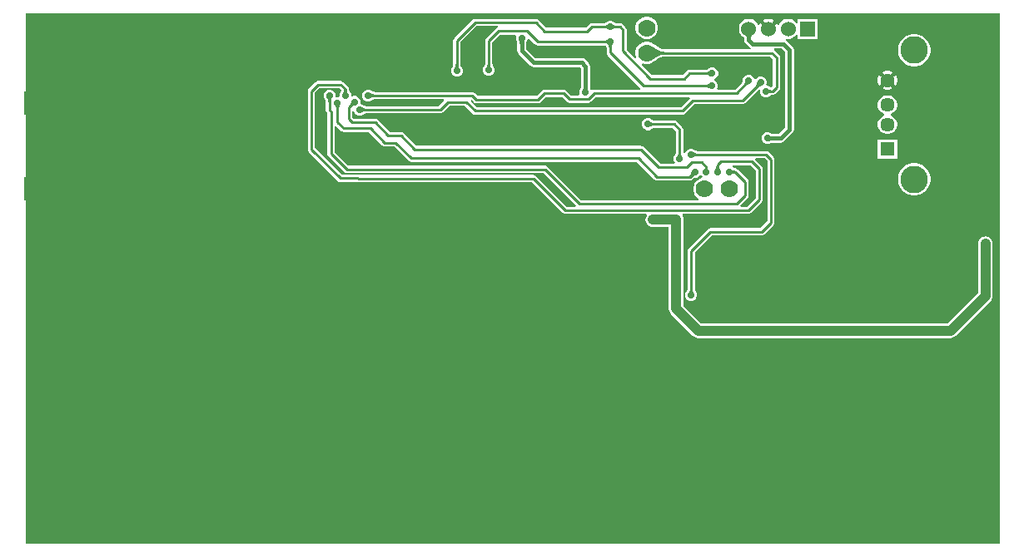
<source format=gbr>
%TF.GenerationSoftware,Altium Limited,Altium Designer,23.11.1 (41)*%
G04 Layer_Physical_Order=4*
G04 Layer_Color=16711680*
%FSLAX45Y45*%
%MOMM*%
%TF.SameCoordinates,5A3C93BB-BC46-40EA-83D2-B686983C8B64*%
%TF.FilePolarity,Positive*%
%TF.FileFunction,Copper,L4,Bot,Signal*%
%TF.Part,Single*%
G01*
G75*
%TA.AperFunction,Conductor*%
%ADD46C,0.22392*%
%ADD55C,0.40000*%
%ADD57C,1.00000*%
%TA.AperFunction,ComponentPad*%
%ADD62C,1.77800*%
%ADD63C,2.80000*%
%ADD64C,1.45000*%
%ADD65R,1.45000X1.45000*%
%ADD66C,1.52400*%
%ADD67R,1.52400X1.52400*%
%ADD68R,4.20000X2.41300*%
%TA.AperFunction,ViaPad*%
%ADD69C,0.70000*%
G36*
X9950000Y50000D02*
X50000D01*
Y5450000D01*
X9950000D01*
Y50000D01*
D02*
G37*
%LPC*%
G36*
X5235000Y5396905D02*
X4615000D01*
X4600877Y5394096D01*
X4588904Y5386096D01*
X4403904Y5201096D01*
X4395904Y5189123D01*
X4393095Y5175000D01*
Y4928871D01*
X4392866Y4926589D01*
X4392332Y4923440D01*
X4391585Y4920345D01*
X4390620Y4917287D01*
X4389426Y4914240D01*
X4387992Y4911194D01*
X4386295Y4908123D01*
X4384323Y4905028D01*
X4382078Y4901931D01*
X4379134Y4898987D01*
X4370000Y4876935D01*
Y4853065D01*
X4379134Y4831013D01*
X4396013Y4814134D01*
X4418065Y4805000D01*
X4441935D01*
X4463987Y4814134D01*
X4480866Y4831013D01*
X4490000Y4853065D01*
Y4876935D01*
X4480866Y4898987D01*
X4477922Y4901931D01*
X4475676Y4905030D01*
X4473705Y4908123D01*
X4472008Y4911193D01*
X4470574Y4914240D01*
X4469380Y4917287D01*
X4468415Y4920345D01*
X4467668Y4923440D01*
X4467134Y4926589D01*
X4466905Y4928871D01*
Y5159713D01*
X4630287Y5323095D01*
X4844434D01*
X4845912Y5308095D01*
X4838377Y5306596D01*
X4826404Y5298596D01*
X4728904Y5201096D01*
X4720904Y5189123D01*
X4718095Y5175000D01*
Y4938871D01*
X4717866Y4936589D01*
X4717332Y4933440D01*
X4716585Y4930345D01*
X4715620Y4927287D01*
X4714426Y4924240D01*
X4712992Y4921194D01*
X4711295Y4918123D01*
X4709323Y4915028D01*
X4707078Y4911931D01*
X4704134Y4908987D01*
X4695000Y4886935D01*
Y4863065D01*
X4704134Y4841013D01*
X4721013Y4824134D01*
X4743065Y4815000D01*
X4766935D01*
X4788987Y4824134D01*
X4805865Y4841013D01*
X4815000Y4863065D01*
Y4886935D01*
X4805865Y4908987D01*
X4802922Y4911931D01*
X4800676Y4915030D01*
X4798705Y4918123D01*
X4797008Y4921193D01*
X4795574Y4924240D01*
X4794380Y4927287D01*
X4793415Y4930345D01*
X4792668Y4933440D01*
X4792134Y4936589D01*
X4791905Y4938870D01*
Y5159713D01*
X4867787Y5235595D01*
X5023564D01*
X5033587Y5220595D01*
X5030000Y5211935D01*
Y5188065D01*
X5039134Y5166013D01*
X5041671Y5163476D01*
X5041956Y5162710D01*
X5042454Y5160943D01*
X5042988Y5158423D01*
X5043415Y5155685D01*
X5044118Y5145954D01*
Y5070000D01*
X5047611Y5052442D01*
X5057557Y5037557D01*
X5177557Y4917557D01*
X5192442Y4907611D01*
X5210000Y4904118D01*
X5680995D01*
X5691475Y4893638D01*
Y4701780D01*
X5690807Y4694398D01*
X5690345Y4691435D01*
X5689811Y4688915D01*
X5689313Y4687147D01*
X5689028Y4686381D01*
X5686491Y4683844D01*
X5677357Y4661792D01*
Y4637922D01*
X5680570Y4630166D01*
X5670547Y4615166D01*
X5588413D01*
X5539983Y4663596D01*
X5528010Y4671596D01*
X5513887Y4674405D01*
X5320001D01*
X5320000Y4674405D01*
X5305877Y4671596D01*
X5293904Y4663596D01*
X5242213Y4611905D01*
X4642787D01*
X4613596Y4641096D01*
X4601623Y4649096D01*
X4587500Y4651905D01*
X3593871D01*
X3591589Y4652134D01*
X3588441Y4652668D01*
X3585345Y4653415D01*
X3582287Y4654380D01*
X3579240Y4655574D01*
X3576194Y4657008D01*
X3573123Y4658705D01*
X3570028Y4660677D01*
X3566931Y4662922D01*
X3563987Y4665865D01*
X3541935Y4675000D01*
X3518065D01*
X3496013Y4665865D01*
X3479135Y4648987D01*
X3470000Y4626935D01*
Y4603065D01*
X3479135Y4581013D01*
X3496013Y4564134D01*
X3518065Y4555000D01*
X3541935D01*
X3563987Y4564134D01*
X3566931Y4567078D01*
X3570030Y4569324D01*
X3573123Y4571295D01*
X3576193Y4572992D01*
X3579240Y4574426D01*
X3582287Y4575620D01*
X3585345Y4576585D01*
X3588440Y4577332D01*
X3591589Y4577866D01*
X3593871Y4578095D01*
X4294689D01*
X4300903Y4563095D01*
X4244713Y4506905D01*
X3506371D01*
X3504089Y4507134D01*
X3500941Y4507668D01*
X3497845Y4508415D01*
X3494787Y4509380D01*
X3491740Y4510574D01*
X3488694Y4512008D01*
X3485623Y4513705D01*
X3482528Y4515677D01*
X3479431Y4517922D01*
X3476487Y4520865D01*
X3454435Y4530000D01*
X3449635Y4537184D01*
X3450000Y4538065D01*
Y4561935D01*
X3440866Y4583987D01*
X3423987Y4600866D01*
X3401935Y4610000D01*
X3378065D01*
X3370000Y4606659D01*
X3355000Y4616682D01*
Y4626935D01*
X3345866Y4648987D01*
X3342954Y4651899D01*
X3340782Y4654915D01*
X3338755Y4658099D01*
X3337023Y4661218D01*
X3335561Y4664293D01*
X3334357Y4667321D01*
X3333391Y4670324D01*
X3332650Y4673321D01*
X3332124Y4676333D01*
X3331905Y4678440D01*
Y4682499D01*
X3331905Y4682500D01*
X3329096Y4696623D01*
X3321096Y4708596D01*
X3321095Y4708596D01*
X3276096Y4753596D01*
X3264123Y4761596D01*
X3250000Y4764405D01*
X3017500D01*
X3003377Y4761596D01*
X2991404Y4753596D01*
X2991403Y4753595D01*
X2923904Y4686096D01*
X2915904Y4674123D01*
X2913095Y4660000D01*
Y4067500D01*
X2915904Y4053377D01*
X2923904Y4041404D01*
X3219808Y3745500D01*
X3231781Y3737500D01*
X3245904Y3734691D01*
X3418228D01*
X3426252Y3733095D01*
X5194713D01*
X5508904Y3418904D01*
X5520877Y3410904D01*
X5535000Y3408095D01*
X6356135D01*
X6363533Y3393095D01*
X6359488Y3387823D01*
X6351931Y3369579D01*
X6349353Y3350000D01*
X6351931Y3330421D01*
X6359488Y3312177D01*
X6371509Y3296509D01*
X6387176Y3284488D01*
X6405421Y3276930D01*
X6425000Y3274353D01*
X6586853D01*
Y2442500D01*
X6589431Y2422921D01*
X6596988Y2404676D01*
X6609009Y2389009D01*
X6831509Y2166510D01*
X6831509Y2166509D01*
X6847176Y2154488D01*
X6865421Y2146930D01*
X6885000Y2144353D01*
X9452500D01*
X9472079Y2146930D01*
X9490324Y2154488D01*
X9505991Y2166509D01*
X9858490Y2519008D01*
X9858491Y2519009D01*
X9870512Y2534676D01*
X9878069Y2552921D01*
X9880647Y2572500D01*
X9880647Y2572502D01*
Y2750000D01*
Y2868333D01*
Y2986667D01*
Y3105000D01*
X9878069Y3124579D01*
X9870512Y3142823D01*
X9858491Y3158491D01*
X9842823Y3170512D01*
X9824579Y3178069D01*
X9805000Y3180647D01*
X9785421Y3178069D01*
X9767177Y3170512D01*
X9751509Y3158491D01*
X9739488Y3142823D01*
X9731930Y3124579D01*
X9729353Y3105000D01*
Y2986667D01*
Y2868333D01*
Y2750000D01*
Y2603834D01*
X9421166Y2295647D01*
X6916334D01*
X6738147Y2473834D01*
Y3349166D01*
X6735569Y3368745D01*
X6728012Y3386990D01*
X6723328Y3393095D01*
X6730725Y3408095D01*
X7392500D01*
X7406623Y3410904D01*
X7418596Y3418904D01*
X7531096Y3531404D01*
X7539096Y3543377D01*
X7541905Y3557500D01*
Y3869999D01*
X7541905Y3870000D01*
X7539096Y3884123D01*
X7531096Y3896096D01*
X7466597Y3960595D01*
X7472810Y3975595D01*
X7562213D01*
X7588095Y3949713D01*
Y3337787D01*
X7514713Y3264405D01*
X7010000D01*
X6995877Y3261596D01*
X6983904Y3253596D01*
X6788904Y3058596D01*
X6780904Y3046623D01*
X6778095Y3032500D01*
Y2648871D01*
X6777866Y2646589D01*
X6777332Y2643440D01*
X6776585Y2640345D01*
X6775620Y2637287D01*
X6774426Y2634240D01*
X6772992Y2631194D01*
X6771295Y2628123D01*
X6769323Y2625028D01*
X6767078Y2621931D01*
X6764135Y2618987D01*
X6755000Y2596935D01*
Y2573065D01*
X6764135Y2551013D01*
X6781013Y2534134D01*
X6803065Y2525000D01*
X6826935D01*
X6848987Y2534134D01*
X6865866Y2551013D01*
X6875000Y2573065D01*
Y2596935D01*
X6865866Y2618987D01*
X6862922Y2621931D01*
X6860676Y2625030D01*
X6858705Y2628123D01*
X6857008Y2631193D01*
X6855574Y2634240D01*
X6854380Y2637287D01*
X6853415Y2640345D01*
X6852668Y2643440D01*
X6852134Y2646589D01*
X6851905Y2648870D01*
Y3017213D01*
X7025287Y3190595D01*
X7530000D01*
X7544123Y3193404D01*
X7556096Y3201404D01*
X7651096Y3296404D01*
X7659096Y3308377D01*
X7661905Y3322500D01*
Y3965000D01*
X7659096Y3979123D01*
X7651096Y3991096D01*
X7603596Y4038596D01*
X7591623Y4046596D01*
X7577500Y4049405D01*
X6876371D01*
X6874089Y4049634D01*
X6870941Y4050168D01*
X6867845Y4050915D01*
X6864787Y4051880D01*
X6861740Y4053074D01*
X6858694Y4054508D01*
X6855623Y4056205D01*
X6852528Y4058177D01*
X6849431Y4060422D01*
X6846487Y4063366D01*
X6824435Y4072500D01*
X6800565D01*
X6778513Y4063366D01*
X6761634Y4046487D01*
X6754875Y4030167D01*
X6738642Y4024870D01*
X6733448Y4027743D01*
X6733415Y4027845D01*
X6732668Y4030940D01*
X6732134Y4034089D01*
X6731905Y4036371D01*
Y4267500D01*
X6729096Y4281623D01*
X6721096Y4293596D01*
X6666096Y4348596D01*
X6654123Y4356596D01*
X6640000Y4359405D01*
X6438871D01*
X6436589Y4359634D01*
X6433441Y4360168D01*
X6430345Y4360915D01*
X6427287Y4361880D01*
X6424240Y4363074D01*
X6421194Y4364508D01*
X6418123Y4366205D01*
X6415028Y4368177D01*
X6411931Y4370422D01*
X6408987Y4373366D01*
X6386935Y4382500D01*
X6363065D01*
X6341013Y4373366D01*
X6324134Y4356487D01*
X6315000Y4334435D01*
Y4310565D01*
X6324134Y4288513D01*
X6341013Y4271635D01*
X6363065Y4262500D01*
X6386935D01*
X6408987Y4271635D01*
X6411931Y4274578D01*
X6415030Y4276824D01*
X6418123Y4278795D01*
X6421193Y4280492D01*
X6424240Y4281926D01*
X6427287Y4283120D01*
X6430345Y4284085D01*
X6433440Y4284832D01*
X6436589Y4285366D01*
X6438871Y4285595D01*
X6624713D01*
X6658095Y4252213D01*
Y4036371D01*
X6657866Y4034089D01*
X6657332Y4030941D01*
X6656585Y4027845D01*
X6655620Y4024787D01*
X6654426Y4021740D01*
X6652992Y4018694D01*
X6651295Y4015623D01*
X6649323Y4012528D01*
X6647078Y4009431D01*
X6644135Y4006487D01*
X6635000Y3984435D01*
Y3960565D01*
X6644135Y3938513D01*
X6646884Y3935763D01*
X6641144Y3921905D01*
X6497787D01*
X6326096Y4093596D01*
X6314123Y4101596D01*
X6300000Y4104405D01*
X4017787D01*
X3888596Y4233596D01*
X3876623Y4241596D01*
X3862500Y4244405D01*
X3747787D01*
X3626096Y4366096D01*
X3614123Y4374096D01*
X3600000Y4376905D01*
X3385287D01*
X3369405Y4392787D01*
Y4450482D01*
X3384405Y4453466D01*
X3391635Y4436013D01*
X3408513Y4419134D01*
X3430565Y4410000D01*
X3454435D01*
X3476487Y4419134D01*
X3479431Y4422078D01*
X3482530Y4424324D01*
X3485623Y4426295D01*
X3488693Y4427992D01*
X3491740Y4429426D01*
X3494787Y4430620D01*
X3497845Y4431585D01*
X3500940Y4432332D01*
X3504090Y4432866D01*
X3506371Y4433095D01*
X4260000D01*
X4274123Y4435904D01*
X4286096Y4443904D01*
X4355287Y4513095D01*
X4509713D01*
X4591404Y4431404D01*
X4603377Y4423404D01*
X4617500Y4420595D01*
X6725000D01*
X6739123Y4423404D01*
X6751096Y4431404D01*
X6845287Y4525595D01*
X7335000D01*
X7349123Y4528404D01*
X7361096Y4536404D01*
X7498499Y4673807D01*
X7511472Y4673182D01*
X7515401Y4672041D01*
X7517500Y4669434D01*
Y4645565D01*
X7526634Y4623513D01*
X7543513Y4606634D01*
X7565565Y4597500D01*
X7589435D01*
X7611487Y4606634D01*
X7620813Y4615960D01*
X7622333Y4616976D01*
X7622519Y4617254D01*
X7622793Y4617448D01*
X7623775Y4618482D01*
X7623790Y4618494D01*
X7624036Y4618654D01*
X7624617Y4618949D01*
X7625605Y4619336D01*
X7627050Y4619761D01*
X7628967Y4620166D01*
X7631361Y4620501D01*
X7632549Y4620595D01*
X7637500D01*
X7651623Y4623404D01*
X7663596Y4631404D01*
X7706096Y4673904D01*
X7714096Y4685877D01*
X7716905Y4700000D01*
Y5000000D01*
X7714096Y5014124D01*
X7706096Y5026096D01*
X7657596Y5074596D01*
X7655453Y5094068D01*
X7657341Y5096618D01*
X7733495D01*
X7769119Y5060995D01*
Y4289005D01*
X7705995Y4225882D01*
X7641923D01*
X7634542Y4226550D01*
X7631578Y4227012D01*
X7629058Y4227546D01*
X7627290Y4228044D01*
X7626524Y4228329D01*
X7623987Y4230866D01*
X7601935Y4240000D01*
X7578065D01*
X7556013Y4230866D01*
X7539135Y4213987D01*
X7530000Y4191935D01*
Y4168065D01*
X7539135Y4146013D01*
X7556013Y4129134D01*
X7578065Y4120000D01*
X7601935D01*
X7623987Y4129134D01*
X7626524Y4131671D01*
X7627290Y4131956D01*
X7629057Y4132454D01*
X7631578Y4132988D01*
X7634315Y4133415D01*
X7644046Y4134118D01*
X7725000D01*
X7742558Y4137611D01*
X7757443Y4147557D01*
X7847443Y4237557D01*
X7857389Y4252442D01*
X7860882Y4270000D01*
Y5080000D01*
X7857389Y5097558D01*
X7847443Y5112443D01*
X7784943Y5174943D01*
X7775468Y5181274D01*
X7781743Y5195122D01*
X7786676Y5193800D01*
X7813323D01*
X7839061Y5200697D01*
X7862138Y5214020D01*
X7880980Y5232862D01*
X7883800Y5237746D01*
X7898800Y5233727D01*
Y5193800D01*
X8101200D01*
Y5396200D01*
X7898800D01*
Y5356273D01*
X7883800Y5352254D01*
X7880980Y5357138D01*
X7862138Y5375980D01*
X7839061Y5389303D01*
X7813323Y5396200D01*
X7786676D01*
X7760938Y5389303D01*
X7737861Y5375980D01*
X7719020Y5357138D01*
X7708305Y5338579D01*
X7705601Y5337707D01*
X7694398D01*
X7691695Y5338579D01*
X7684436Y5351152D01*
X7663971Y5330687D01*
X7635687Y5358971D01*
X7656152Y5379436D01*
X7639061Y5389303D01*
X7613323Y5396200D01*
X7586676D01*
X7560938Y5389303D01*
X7543848Y5379436D01*
X7564313Y5358971D01*
X7536029Y5330687D01*
X7515564Y5351152D01*
X7508305Y5338579D01*
X7505601Y5337707D01*
X7494399D01*
X7491695Y5338579D01*
X7480980Y5357138D01*
X7462138Y5375980D01*
X7439061Y5389303D01*
X7413323Y5396200D01*
X7386676D01*
X7360938Y5389303D01*
X7337861Y5375980D01*
X7319020Y5357138D01*
X7305696Y5334062D01*
X7298800Y5308323D01*
Y5281677D01*
X7305696Y5255938D01*
X7319020Y5232862D01*
X7337861Y5214020D01*
X7350075Y5206968D01*
X7351111Y5205951D01*
X7351158Y5205921D01*
X7351269Y5205704D01*
X7351954Y5203864D01*
X7352723Y5200974D01*
X7353375Y5197428D01*
X7354118Y5189155D01*
Y5180000D01*
X7357611Y5162442D01*
X7367557Y5147557D01*
X7405057Y5110057D01*
X7419502Y5100405D01*
X7419764Y5099223D01*
X7417007Y5085405D01*
X6536873D01*
X6533113Y5085640D01*
X6525600Y5086961D01*
X6517034Y5089325D01*
X6507473Y5092817D01*
X6496977Y5097491D01*
X6486102Y5103117D01*
X6446340Y5128650D01*
X6434861Y5137218D01*
X6432436Y5139643D01*
X6406464Y5154638D01*
X6377495Y5162400D01*
X6347505D01*
X6318537Y5154638D01*
X6292564Y5139643D01*
X6271358Y5118436D01*
X6256362Y5092464D01*
X6248600Y5063495D01*
Y5033505D01*
X6256362Y5004537D01*
X6244350Y4995342D01*
X6156905Y5082787D01*
Y5285000D01*
X6154096Y5299123D01*
X6146096Y5311096D01*
X6116096Y5341096D01*
X6104123Y5349096D01*
X6090000Y5351905D01*
X6053871D01*
X6051589Y5352134D01*
X6048441Y5352668D01*
X6045345Y5353415D01*
X6042287Y5354380D01*
X6039240Y5355574D01*
X6036194Y5357008D01*
X6033123Y5358705D01*
X6030028Y5360677D01*
X6026931Y5362922D01*
X6023987Y5365866D01*
X6001935Y5375000D01*
X5978065D01*
X5956013Y5365866D01*
X5953069Y5362922D01*
X5949970Y5360676D01*
X5946877Y5358705D01*
X5943807Y5357008D01*
X5940760Y5355574D01*
X5937713Y5354380D01*
X5934655Y5353415D01*
X5931560Y5352668D01*
X5928411Y5352134D01*
X5926129Y5351905D01*
X5802501D01*
X5802500Y5351905D01*
X5788377Y5349096D01*
X5776404Y5341096D01*
X5776404Y5341095D01*
X5742213Y5306905D01*
X5340287D01*
X5261096Y5386096D01*
X5249123Y5394096D01*
X5235000Y5396905D01*
D02*
G37*
G36*
X6377495Y5416400D02*
X6347505D01*
X6318537Y5408638D01*
X6292564Y5393643D01*
X6271358Y5372436D01*
X6256362Y5346464D01*
X6248600Y5317495D01*
Y5287505D01*
X6256362Y5258536D01*
X6271358Y5232564D01*
X6292564Y5211357D01*
X6318537Y5196362D01*
X6347505Y5188600D01*
X6377495D01*
X6406464Y5196362D01*
X6432436Y5211357D01*
X6453643Y5232564D01*
X6468638Y5258536D01*
X6476400Y5287505D01*
Y5317495D01*
X6468638Y5346464D01*
X6453643Y5372436D01*
X6432436Y5393643D01*
X6406464Y5408638D01*
X6377495Y5416400D01*
D02*
G37*
G36*
X9097251Y5242000D02*
X9064749D01*
X9032871Y5235659D01*
X9002843Y5223221D01*
X8975819Y5205164D01*
X8952836Y5182182D01*
X8934779Y5155157D01*
X8922341Y5125129D01*
X8916000Y5093251D01*
Y5060749D01*
X8922341Y5028872D01*
X8934779Y4998843D01*
X8952836Y4971819D01*
X8975819Y4948836D01*
X9002843Y4930779D01*
X9032871Y4918341D01*
X9064749Y4912000D01*
X9097251D01*
X9129129Y4918341D01*
X9159157Y4930779D01*
X9186182Y4948836D01*
X9209164Y4971819D01*
X9227221Y4998843D01*
X9239659Y5028872D01*
X9246000Y5060749D01*
Y5093251D01*
X9239659Y5125129D01*
X9227221Y5155157D01*
X9209164Y5182182D01*
X9186182Y5205164D01*
X9159157Y5223221D01*
X9129129Y5235659D01*
X9097251Y5242000D01*
D02*
G37*
G36*
X8822836Y4867500D02*
X8797164D01*
X8772367Y4860856D01*
X8756557Y4851728D01*
X8777030Y4831255D01*
X8748746Y4802971D01*
X8728273Y4823444D01*
X8719145Y4807634D01*
X8712500Y4782837D01*
Y4757164D01*
X8719145Y4732367D01*
X8728273Y4716557D01*
X8748746Y4737030D01*
X8777030Y4708746D01*
X8756557Y4688273D01*
X8772367Y4679145D01*
X8797164Y4672500D01*
X8822836D01*
X8847634Y4679145D01*
X8863444Y4688273D01*
X8842971Y4708746D01*
X8871255Y4737030D01*
X8891728Y4716557D01*
X8900855Y4732367D01*
X8907500Y4757164D01*
Y4782837D01*
X8900855Y4807634D01*
X8891728Y4823444D01*
X8871255Y4802971D01*
X8842971Y4831255D01*
X8863444Y4851728D01*
X8847634Y4860856D01*
X8822836Y4867500D01*
D02*
G37*
G36*
Y4617501D02*
X8797164D01*
X8772367Y4610856D01*
X8750134Y4598020D01*
X8731981Y4579867D01*
X8719145Y4557634D01*
X8712500Y4532837D01*
Y4507164D01*
X8719145Y4482367D01*
X8731981Y4460134D01*
X8750134Y4441981D01*
X8772367Y4429145D01*
X8777518Y4427765D01*
Y4412236D01*
X8772367Y4410856D01*
X8750134Y4398020D01*
X8731981Y4379867D01*
X8719145Y4357634D01*
X8712500Y4332836D01*
Y4307164D01*
X8719145Y4282367D01*
X8731981Y4260134D01*
X8750134Y4241981D01*
X8772367Y4229145D01*
X8797164Y4222500D01*
X8822836D01*
X8847634Y4229145D01*
X8869866Y4241981D01*
X8888020Y4260134D01*
X8900855Y4282367D01*
X8907500Y4307164D01*
Y4332836D01*
X8900855Y4357634D01*
X8888020Y4379867D01*
X8869866Y4398020D01*
X8847634Y4410856D01*
X8842483Y4412236D01*
Y4427765D01*
X8847634Y4429145D01*
X8869866Y4441981D01*
X8888020Y4460134D01*
X8900855Y4482367D01*
X8907500Y4507164D01*
Y4532837D01*
X8900855Y4557634D01*
X8888020Y4579867D01*
X8869866Y4598020D01*
X8847634Y4610856D01*
X8822836Y4617501D01*
D02*
G37*
G36*
X8907500Y4167500D02*
X8712500D01*
Y3972500D01*
X8907500D01*
Y4167500D01*
D02*
G37*
G36*
X9097251Y3928000D02*
X9064749D01*
X9032871Y3921659D01*
X9002843Y3909221D01*
X8975819Y3891164D01*
X8952836Y3868182D01*
X8934779Y3841157D01*
X8922341Y3811129D01*
X8916000Y3779252D01*
Y3746749D01*
X8922341Y3714872D01*
X8934779Y3684844D01*
X8952836Y3657819D01*
X8975819Y3634837D01*
X9002843Y3616779D01*
X9032871Y3604341D01*
X9064749Y3598000D01*
X9097251D01*
X9129129Y3604341D01*
X9159157Y3616779D01*
X9186182Y3634837D01*
X9209164Y3657819D01*
X9227221Y3684844D01*
X9239659Y3714872D01*
X9246000Y3746749D01*
Y3779252D01*
X9239659Y3811129D01*
X9227221Y3841157D01*
X9209164Y3868182D01*
X9186182Y3891164D01*
X9159157Y3909221D01*
X9129129Y3921659D01*
X9097251Y3928000D01*
D02*
G37*
%LPD*%
G36*
X6015685Y5339592D02*
X6020097Y5336781D01*
X6024586Y5334300D01*
X6029152Y5332150D01*
X6033794Y5330331D01*
X6038514Y5328842D01*
X6043310Y5327685D01*
X6048183Y5326858D01*
X6053134Y5326362D01*
X6058161Y5326196D01*
Y5303804D01*
X6053134Y5303638D01*
X6048183Y5303142D01*
X6043310Y5302316D01*
X6038514Y5301158D01*
X6033794Y5299669D01*
X6029152Y5297850D01*
X6024586Y5295700D01*
X6020097Y5293220D01*
X6015685Y5290408D01*
X6011350Y5287266D01*
Y5342734D01*
X6015685Y5339592D01*
D02*
G37*
G36*
X5968650Y5287266D02*
X5964315Y5290408D01*
X5959903Y5293220D01*
X5955414Y5295700D01*
X5950848Y5297850D01*
X5946206Y5299669D01*
X5941486Y5301158D01*
X5936690Y5302316D01*
X5931816Y5303142D01*
X5926866Y5303638D01*
X5921839Y5303804D01*
Y5326196D01*
X5926866Y5326362D01*
X5931816Y5326858D01*
X5936690Y5327685D01*
X5941486Y5328842D01*
X5946206Y5330331D01*
X5950848Y5332150D01*
X5955414Y5334300D01*
X5959903Y5336781D01*
X5964315Y5339592D01*
X5968650Y5342734D01*
Y5287266D01*
D02*
G37*
G36*
X7432085Y5225415D02*
X7429548Y5222920D01*
X7427310Y5219787D01*
X7425371Y5216016D01*
X7423730Y5211608D01*
X7422387Y5206562D01*
X7421343Y5200878D01*
X7420597Y5194557D01*
X7420149Y5187597D01*
X7420000Y5180000D01*
X7380000D01*
X7379851Y5187597D01*
X7378657Y5200878D01*
X7377613Y5206562D01*
X7376270Y5211608D01*
X7374629Y5216016D01*
X7372689Y5219787D01*
X7370451Y5222920D01*
X7367915Y5225415D01*
X7365080Y5227272D01*
X7434919D01*
X7432085Y5225415D01*
D02*
G37*
G36*
X5116265Y5176418D02*
X5114950Y5173740D01*
X5113790Y5170617D01*
X5112784Y5167048D01*
X5111933Y5163033D01*
X5111237Y5158573D01*
X5110309Y5148316D01*
X5110000Y5136277D01*
X5070000D01*
X5069923Y5142520D01*
X5068763Y5158573D01*
X5068067Y5163033D01*
X5067216Y5167048D01*
X5066210Y5170617D01*
X5065050Y5173740D01*
X5063735Y5176418D01*
X5062266Y5178650D01*
X5117734D01*
X5116265Y5176418D01*
D02*
G37*
G36*
X5968650Y5141150D02*
X6017734D01*
X6014592Y5136815D01*
X6011780Y5132403D01*
X6009300Y5127914D01*
X6007150Y5123348D01*
X6005331Y5118706D01*
X6003842Y5113986D01*
X6002684Y5109190D01*
X6001858Y5104316D01*
X6001362Y5099366D01*
X6001196Y5094339D01*
X5978804D01*
X5978638Y5099366D01*
X5978142Y5104316D01*
X5977315Y5109190D01*
X5976158Y5113986D01*
X5974669Y5118706D01*
X5972850Y5123348D01*
X5970700Y5127914D01*
X5968219Y5132403D01*
X5965408Y5136815D01*
X5964949Y5137449D01*
X5964315Y5137908D01*
X5959903Y5140719D01*
X5955414Y5143200D01*
X5950848Y5145350D01*
X5946206Y5147169D01*
X5941486Y5148658D01*
X5936690Y5149815D01*
X5931816Y5150642D01*
X5926866Y5151138D01*
X5921839Y5151304D01*
Y5173696D01*
X5926866Y5173862D01*
X5931816Y5174358D01*
X5936690Y5175184D01*
X5941486Y5176342D01*
X5946206Y5177831D01*
X5950848Y5179650D01*
X5955414Y5181800D01*
X5959903Y5184280D01*
X5964315Y5187092D01*
X5968650Y5190234D01*
Y5141150D01*
D02*
G37*
G36*
X6431811Y5107687D02*
X6473330Y5081025D01*
X6485927Y5074508D01*
X6497903Y5069176D01*
X6509257Y5065028D01*
X6519990Y5062066D01*
X6530102Y5060289D01*
X6539592Y5059696D01*
Y5037304D01*
X6530102Y5036711D01*
X6519990Y5034934D01*
X6509257Y5031971D01*
X6497903Y5027824D01*
X6485927Y5022492D01*
X6473330Y5015974D01*
X6446272Y4999385D01*
X6431811Y4989313D01*
X6416729Y4978056D01*
Y5118944D01*
X6431811Y5107687D01*
D02*
G37*
G36*
X7643095Y4984714D02*
Y4715286D01*
X7634654Y4706845D01*
X7633734Y4706125D01*
X7622333Y4698024D01*
X7620813Y4699040D01*
X7611487Y4708365D01*
X7589435Y4717500D01*
X7586016D01*
X7577683Y4729972D01*
X7580000Y4735565D01*
Y4759435D01*
X7570865Y4781487D01*
X7553987Y4798366D01*
X7531935Y4807500D01*
X7508065D01*
X7486013Y4798366D01*
X7472090Y4784443D01*
X7459575Y4784897D01*
X7454989Y4786533D01*
X7450865Y4796487D01*
X7433987Y4813366D01*
X7411935Y4822500D01*
X7388065D01*
X7366013Y4813366D01*
X7349134Y4796487D01*
X7340000Y4774435D01*
Y4770272D01*
X7339398Y4766496D01*
X7338604Y4762913D01*
X7337632Y4759540D01*
X7336492Y4756372D01*
X7335182Y4753373D01*
X7333702Y4750530D01*
X7332043Y4747815D01*
X7330191Y4745205D01*
X7328742Y4743434D01*
X7259713Y4674405D01*
X7085400D01*
X7075378Y4689405D01*
X7080000Y4700565D01*
Y4724435D01*
X7070866Y4746487D01*
X7053987Y4763366D01*
X7046230Y4766579D01*
Y4782815D01*
X7061487Y4789134D01*
X7078366Y4806013D01*
X7087500Y4828065D01*
Y4851935D01*
X7078366Y4873987D01*
X7061487Y4890866D01*
X7039435Y4900000D01*
X7015565D01*
X6993513Y4890866D01*
X6990569Y4887922D01*
X6987470Y4885676D01*
X6984377Y4883705D01*
X6981307Y4882008D01*
X6978260Y4880574D01*
X6975213Y4879380D01*
X6972155Y4878415D01*
X6969060Y4877668D01*
X6965911Y4877134D01*
X6963629Y4876905D01*
X6795000D01*
X6780877Y4874096D01*
X6768904Y4866096D01*
X6727213Y4824405D01*
X6415287D01*
X6309342Y4930350D01*
X6318537Y4942362D01*
X6347505Y4934600D01*
X6377495D01*
X6406464Y4942362D01*
X6432436Y4957357D01*
X6434861Y4959782D01*
X6446720Y4968633D01*
X6460228Y4978042D01*
X6485865Y4993760D01*
X6496977Y4999509D01*
X6507471Y5004182D01*
X6517034Y5007675D01*
X6525601Y5010040D01*
X6533113Y5011360D01*
X6536873Y5011595D01*
X7616214D01*
X7643095Y4984714D01*
D02*
G37*
G36*
X4766362Y4938134D02*
X4766858Y4933183D01*
X4767684Y4928310D01*
X4768842Y4923514D01*
X4770331Y4918794D01*
X4772150Y4914151D01*
X4774300Y4909586D01*
X4776780Y4905097D01*
X4779592Y4900685D01*
X4782734Y4896350D01*
X4727266D01*
X4730408Y4900685D01*
X4733219Y4905097D01*
X4735700Y4909586D01*
X4737850Y4914151D01*
X4739669Y4918794D01*
X4741158Y4923514D01*
X4742315Y4928310D01*
X4743142Y4933183D01*
X4743638Y4938134D01*
X4743804Y4943161D01*
X4766196D01*
X4766362Y4938134D01*
D02*
G37*
G36*
X4441362Y4928134D02*
X4441858Y4923183D01*
X4442685Y4918310D01*
X4443842Y4913514D01*
X4445331Y4908794D01*
X4447150Y4904151D01*
X4449300Y4899586D01*
X4451781Y4895097D01*
X4454592Y4890685D01*
X4457734Y4886350D01*
X4402266D01*
X4405408Y4890685D01*
X4408220Y4895097D01*
X4410700Y4899586D01*
X4412850Y4904151D01*
X4414669Y4908794D01*
X4416158Y4913514D01*
X4417316Y4918310D01*
X4418142Y4923183D01*
X4418638Y4928134D01*
X4418804Y4933161D01*
X4441196D01*
X4441362Y4928134D01*
D02*
G37*
G36*
X7006150Y4812266D02*
X7001815Y4815408D01*
X6997403Y4818219D01*
X6992914Y4820700D01*
X6988348Y4822850D01*
X6983706Y4824669D01*
X6978986Y4826158D01*
X6974190Y4827315D01*
X6969317Y4828142D01*
X6964366Y4828638D01*
X6959339Y4828804D01*
Y4851196D01*
X6964366Y4851362D01*
X6969317Y4851858D01*
X6974190Y4852684D01*
X6978986Y4853842D01*
X6983706Y4855331D01*
X6988348Y4857150D01*
X6992914Y4859300D01*
X6997403Y4861780D01*
X7001815Y4864592D01*
X7006150Y4867734D01*
Y4812266D01*
D02*
G37*
G36*
X7404514Y4727792D02*
X7399227Y4726949D01*
X7394119Y4725817D01*
X7389191Y4724397D01*
X7384442Y4722689D01*
X7379873Y4720692D01*
X7375483Y4718408D01*
X7371273Y4715835D01*
X7367243Y4712973D01*
X7363391Y4709824D01*
X7359720Y4706386D01*
X7343886Y4722220D01*
X7347324Y4725891D01*
X7350473Y4729743D01*
X7353335Y4733773D01*
X7355908Y4737983D01*
X7358192Y4742373D01*
X7360189Y4746942D01*
X7361897Y4751691D01*
X7363317Y4756619D01*
X7364449Y4761727D01*
X7365292Y4767014D01*
X7404514Y4727792D01*
D02*
G37*
G36*
X7524514Y4712792D02*
X7519227Y4711949D01*
X7514119Y4710817D01*
X7509191Y4709397D01*
X7504442Y4707689D01*
X7499873Y4705692D01*
X7495483Y4703408D01*
X7491273Y4700835D01*
X7487243Y4697973D01*
X7483391Y4694824D01*
X7479720Y4691386D01*
X7463886Y4707220D01*
X7467324Y4710892D01*
X7470473Y4714743D01*
X7473335Y4718773D01*
X7475908Y4722983D01*
X7478192Y4727373D01*
X7480189Y4731942D01*
X7481897Y4736691D01*
X7483317Y4741619D01*
X7484449Y4746727D01*
X7485292Y4752014D01*
X7524514Y4712792D01*
D02*
G37*
G36*
X6998650Y4684766D02*
X6994315Y4687908D01*
X6989903Y4690720D01*
X6985414Y4693200D01*
X6980849Y4695350D01*
X6976206Y4697169D01*
X6971486Y4698658D01*
X6966690Y4699816D01*
X6961817Y4700642D01*
X6956866Y4701138D01*
X6951839Y4701304D01*
Y4723696D01*
X6956866Y4723862D01*
X6961817Y4724358D01*
X6966690Y4725185D01*
X6971486Y4726342D01*
X6976206Y4727831D01*
X6980849Y4729650D01*
X6985414Y4731800D01*
X6989903Y4734281D01*
X6994315Y4737092D01*
X6998650Y4740234D01*
Y4684766D01*
D02*
G37*
G36*
X5757434Y4707337D02*
X5758594Y4691283D01*
X5759290Y4686823D01*
X5760141Y4682809D01*
X5761146Y4679240D01*
X5762307Y4676117D01*
X5763621Y4673439D01*
X5765091Y4671207D01*
X5709623D01*
X5711092Y4673439D01*
X5712407Y4676117D01*
X5713567Y4679240D01*
X5714573Y4682809D01*
X5715423Y4686823D01*
X5716119Y4691283D01*
X5717047Y4701541D01*
X5717357Y4713580D01*
X5757357D01*
X5757434Y4707337D01*
D02*
G37*
G36*
X5223904Y5136404D02*
X5235877Y5128404D01*
X5250000Y5125595D01*
X5926129D01*
X5928411Y5125366D01*
X5931559Y5124832D01*
X5934655Y5124085D01*
X5937713Y5123120D01*
X5940760Y5121926D01*
X5943806Y5120492D01*
X5946502Y5119002D01*
X5947992Y5116307D01*
X5949426Y5113260D01*
X5950620Y5110213D01*
X5951585Y5107155D01*
X5952332Y5104060D01*
X5952866Y5100911D01*
X5953095Y5098629D01*
Y5050000D01*
X5955904Y5035877D01*
X5963904Y5023904D01*
X6298403Y4689405D01*
X6295066Y4677612D01*
X6292754Y4674405D01*
X5826252D01*
X5812129Y4671596D01*
X5810095Y4670237D01*
X5791588Y4675717D01*
X5788222Y4683844D01*
X5785685Y4686381D01*
X5785401Y4687147D01*
X5784903Y4688914D01*
X5784369Y4691434D01*
X5783942Y4694172D01*
X5783238Y4703903D01*
Y4912643D01*
X5779746Y4930201D01*
X5769800Y4945086D01*
X5732443Y4982443D01*
X5717558Y4992389D01*
X5700000Y4995882D01*
X5229005D01*
X5135882Y5089005D01*
Y5148077D01*
X5136550Y5155459D01*
X5137012Y5158422D01*
X5137546Y5160942D01*
X5138044Y5162710D01*
X5138329Y5163476D01*
X5140866Y5166013D01*
X5150000Y5188065D01*
Y5190710D01*
X5163858Y5196450D01*
X5223904Y5136404D01*
D02*
G37*
G36*
X3306362Y4677634D02*
X3306862Y4672820D01*
X3307693Y4668060D01*
X3308858Y4663353D01*
X3310355Y4658699D01*
X3312185Y4654098D01*
X3314347Y4649550D01*
X3316842Y4645055D01*
X3319670Y4640613D01*
X3322831Y4636224D01*
X3267169D01*
X3270330Y4640613D01*
X3273158Y4645055D01*
X3275653Y4649550D01*
X3277815Y4654098D01*
X3279645Y4658699D01*
X3281142Y4663353D01*
X3282307Y4668060D01*
X3283138Y4672820D01*
X3283638Y4677634D01*
X3283804Y4682500D01*
X3306196D01*
X3306362Y4677634D01*
D02*
G37*
G36*
X7606349Y4677852D02*
X7608673Y4675931D01*
X7611281Y4674235D01*
X7614174Y4672766D01*
X7617351Y4671522D01*
X7620812Y4670505D01*
X7624557Y4669714D01*
X7628587Y4669148D01*
X7632901Y4668809D01*
X7637500Y4668696D01*
Y4646304D01*
X7632901Y4646191D01*
X7628587Y4645852D01*
X7624557Y4645286D01*
X7620812Y4644495D01*
X7617351Y4643478D01*
X7614174Y4642234D01*
X7611281Y4640765D01*
X7608673Y4639069D01*
X7606349Y4637148D01*
X7604309Y4635000D01*
Y4680000D01*
X7606349Y4677852D01*
D02*
G37*
G36*
X3256213Y4669095D02*
X3255643Y4667322D01*
X3254437Y4664291D01*
X3252976Y4661218D01*
X3251245Y4658099D01*
X3249218Y4654915D01*
X3247046Y4651899D01*
X3244134Y4648987D01*
X3235000Y4626935D01*
Y4611358D01*
X3231029Y4601471D01*
X3221142Y4597500D01*
X3208858D01*
X3203731Y4599559D01*
X3195000Y4609360D01*
Y4626935D01*
X3185866Y4648987D01*
X3168987Y4665865D01*
X3146935Y4675000D01*
X3123065D01*
X3101013Y4665865D01*
X3084135Y4648987D01*
X3075000Y4626935D01*
Y4603065D01*
X3084135Y4581013D01*
X3087078Y4578069D01*
X3089324Y4574970D01*
X3091295Y4571877D01*
X3092992Y4568807D01*
X3094426Y4565760D01*
X3095620Y4562713D01*
X3096585Y4559655D01*
X3097332Y4556560D01*
X3097866Y4553411D01*
X3098095Y4551129D01*
Y4465000D01*
X3100904Y4450877D01*
X3108904Y4438904D01*
X3113095Y4434713D01*
Y4025000D01*
X3115904Y4010877D01*
X3123904Y3998904D01*
X3286404Y3836404D01*
X3298377Y3828404D01*
X3312500Y3825595D01*
X5314713D01*
X5643403Y3496905D01*
X5637190Y3481905D01*
X5550287D01*
X5236096Y3796096D01*
X5224123Y3804096D01*
X5210000Y3806905D01*
X3432680D01*
X3424656Y3808501D01*
X3261191D01*
X2986905Y4082787D01*
Y4644713D01*
X3032786Y4690595D01*
X3234713D01*
X3256213Y4669095D01*
D02*
G37*
G36*
X3555685Y4639592D02*
X3560097Y4636780D01*
X3564586Y4634300D01*
X3569152Y4632150D01*
X3573794Y4630331D01*
X3578514Y4628842D01*
X3583310Y4627684D01*
X3588184Y4626858D01*
X3593134Y4626362D01*
X3598161Y4626196D01*
Y4603804D01*
X3593134Y4603638D01*
X3588184Y4603142D01*
X3583310Y4602315D01*
X3578514Y4601158D01*
X3573794Y4599669D01*
X3569152Y4597850D01*
X3564586Y4595700D01*
X3560097Y4593219D01*
X3555685Y4590408D01*
X3551350Y4587266D01*
Y4642734D01*
X3555685Y4639592D01*
D02*
G37*
G36*
X3159592Y4589315D02*
X3156781Y4584903D01*
X3154300Y4580414D01*
X3152150Y4575848D01*
X3150331Y4571205D01*
X3148842Y4566486D01*
X3147685Y4561690D01*
X3146858Y4556816D01*
X3146362Y4551866D01*
X3146196Y4546839D01*
X3123804D01*
X3123638Y4551866D01*
X3123142Y4556816D01*
X3122316Y4561690D01*
X3121158Y4566486D01*
X3119669Y4571205D01*
X3117850Y4575848D01*
X3115700Y4580414D01*
X3113220Y4584903D01*
X3110408Y4589315D01*
X3107266Y4593650D01*
X3162734D01*
X3159592Y4589315D01*
D02*
G37*
G36*
X6797566Y4597388D02*
X6800903Y4585595D01*
X6709714Y4494405D01*
X4632787D01*
X4575824Y4551368D01*
X4580761Y4567644D01*
X4582348Y4567960D01*
X4601404Y4548904D01*
X4613377Y4540904D01*
X4627500Y4538095D01*
X5257500D01*
X5271623Y4540904D01*
X5283596Y4548904D01*
X5335287Y4600595D01*
X5498600D01*
X5547030Y4552165D01*
X5559003Y4544165D01*
X5573126Y4541355D01*
X5767013D01*
X5781136Y4544165D01*
X5793109Y4552165D01*
X5841539Y4600595D01*
X6795254D01*
X6797566Y4597388D01*
D02*
G37*
G36*
X3394514Y4515292D02*
X3389227Y4514449D01*
X3384119Y4513317D01*
X3379191Y4511897D01*
X3374442Y4510189D01*
X3369873Y4508192D01*
X3365483Y4505908D01*
X3361273Y4503335D01*
X3357243Y4500473D01*
X3353392Y4497324D01*
X3349720Y4493886D01*
X3333886Y4509720D01*
X3337324Y4513392D01*
X3340473Y4517243D01*
X3343335Y4521273D01*
X3345908Y4525483D01*
X3348192Y4529873D01*
X3350189Y4534442D01*
X3351897Y4539191D01*
X3353317Y4544119D01*
X3354449Y4549227D01*
X3355292Y4554514D01*
X3394514Y4515292D01*
D02*
G37*
G36*
X3242092Y4511815D02*
X3239281Y4507403D01*
X3236800Y4502914D01*
X3234650Y4498348D01*
X3232831Y4493706D01*
X3231342Y4488986D01*
X3230185Y4484190D01*
X3229358Y4479316D01*
X3228862Y4474366D01*
X3228696Y4469339D01*
X3206304D01*
X3206138Y4474366D01*
X3205642Y4479316D01*
X3204816Y4484190D01*
X3203658Y4488986D01*
X3202169Y4493706D01*
X3200350Y4498348D01*
X3198200Y4502914D01*
X3195720Y4507403D01*
X3192908Y4511815D01*
X3189766Y4516150D01*
X3245234D01*
X3242092Y4511815D01*
D02*
G37*
G36*
X3468185Y4494592D02*
X3472597Y4491780D01*
X3477086Y4489300D01*
X3481652Y4487150D01*
X3486295Y4485331D01*
X3491014Y4483842D01*
X3495810Y4482684D01*
X3500684Y4481858D01*
X3505634Y4481362D01*
X3510661Y4481196D01*
Y4458804D01*
X3505634Y4458638D01*
X3500684Y4458142D01*
X3495810Y4457315D01*
X3491014Y4456158D01*
X3486295Y4454669D01*
X3481652Y4452850D01*
X3477086Y4450700D01*
X3472597Y4448219D01*
X3468185Y4445408D01*
X3463850Y4442266D01*
Y4497734D01*
X3468185Y4494592D01*
D02*
G37*
G36*
X6400685Y4347092D02*
X6405097Y4344281D01*
X6409586Y4341800D01*
X6414152Y4339650D01*
X6418794Y4337831D01*
X6423514Y4336342D01*
X6428310Y4335185D01*
X6433183Y4334358D01*
X6438134Y4333862D01*
X6443161Y4333696D01*
Y4311304D01*
X6438134Y4311138D01*
X6433183Y4310642D01*
X6428310Y4309816D01*
X6423514Y4308658D01*
X6418794Y4307169D01*
X6414152Y4305350D01*
X6409586Y4303200D01*
X6405097Y4300720D01*
X6400685Y4297908D01*
X6396350Y4294766D01*
Y4350234D01*
X6400685Y4347092D01*
D02*
G37*
G36*
X7613582Y4206265D02*
X7616260Y4204950D01*
X7619383Y4203790D01*
X7622952Y4202784D01*
X7626967Y4201933D01*
X7631427Y4201237D01*
X7641684Y4200309D01*
X7653723Y4200000D01*
Y4160000D01*
X7647481Y4159923D01*
X7631427Y4158763D01*
X7626967Y4158067D01*
X7622952Y4157216D01*
X7619383Y4156210D01*
X7616260Y4155050D01*
X7613582Y4153735D01*
X7611350Y4152266D01*
Y4207734D01*
X7613582Y4206265D01*
D02*
G37*
G36*
X6706362Y4035634D02*
X6706858Y4030684D01*
X6707685Y4025810D01*
X6708842Y4021014D01*
X6710331Y4016294D01*
X6712150Y4011652D01*
X6714300Y4007086D01*
X6716781Y4002597D01*
X6719592Y3998185D01*
X6722734Y3993850D01*
X6667266D01*
X6670408Y3998185D01*
X6673220Y4002597D01*
X6675700Y4007086D01*
X6677850Y4011652D01*
X6679669Y4016294D01*
X6681158Y4021014D01*
X6682316Y4025810D01*
X6683142Y4030684D01*
X6683638Y4035634D01*
X6683804Y4040661D01*
X6706196D01*
X6706362Y4035634D01*
D02*
G37*
G36*
X6838185Y4037092D02*
X6842597Y4034280D01*
X6847086Y4031800D01*
X6851652Y4029650D01*
X6856294Y4027831D01*
X6861014Y4026342D01*
X6865810Y4025184D01*
X6870683Y4024358D01*
X6875634Y4023862D01*
X6880661Y4023696D01*
Y4001304D01*
X6875634Y4001138D01*
X6870683Y4000642D01*
X6865810Y3999815D01*
X6861014Y3998658D01*
X6856294Y3997169D01*
X6851652Y3995350D01*
X6847086Y3993200D01*
X6842597Y3990719D01*
X6838185Y3987908D01*
X6833850Y3984766D01*
Y4040234D01*
X6838185Y4037092D01*
D02*
G37*
G36*
X6976242Y3886377D02*
X6976925Y3877505D01*
X6977335Y3875214D01*
X6977835Y3873257D01*
X6978427Y3871632D01*
X6979111Y3870340D01*
X6979885Y3869382D01*
X6980750Y3868756D01*
X6949250D01*
X6950115Y3869382D01*
X6950890Y3870340D01*
X6951573Y3871632D01*
X6952165Y3873257D01*
X6952666Y3875214D01*
X6953075Y3877505D01*
X6953394Y3880129D01*
X6953758Y3886377D01*
X6953804Y3890000D01*
X6976196D01*
X6976242Y3886377D01*
D02*
G37*
G36*
X7093862Y3900634D02*
X7094358Y3895684D01*
X7095184Y3890810D01*
X7096342Y3886014D01*
X7097831Y3881294D01*
X7099650Y3876652D01*
X7101800Y3872086D01*
X7104280Y3867597D01*
X7107092Y3863185D01*
X7110234Y3858850D01*
X7054766D01*
X7057908Y3863185D01*
X7060719Y3867597D01*
X7063200Y3872086D01*
X7065350Y3876652D01*
X7067169Y3881294D01*
X7068658Y3886014D01*
X7069815Y3890810D01*
X7070642Y3895684D01*
X7071138Y3900634D01*
X7071304Y3905661D01*
X7093696D01*
X7093862Y3900634D01*
D02*
G37*
G36*
X7232493Y3856030D02*
X7234260Y3854491D01*
X7236350Y3853133D01*
X7238762Y3851956D01*
X7241497Y3850960D01*
X7244553Y3850145D01*
X7247932Y3849511D01*
X7251632Y3849058D01*
X7255655Y3848787D01*
X7260000Y3848696D01*
Y3826304D01*
X7255655Y3826213D01*
X7247932Y3825489D01*
X7244553Y3824855D01*
X7241497Y3824040D01*
X7238762Y3823044D01*
X7236350Y3821867D01*
X7234260Y3820509D01*
X7232493Y3818970D01*
X7231047Y3817250D01*
Y3857750D01*
X7232493Y3856030D01*
D02*
G37*
G36*
X6854514Y3802792D02*
X6849227Y3801949D01*
X6844119Y3800817D01*
X6839191Y3799397D01*
X6834442Y3797689D01*
X6829873Y3795692D01*
X6825483Y3793408D01*
X6821273Y3790835D01*
X6817243Y3787973D01*
X6813392Y3784824D01*
X6809720Y3781386D01*
X6793886Y3797220D01*
X6797324Y3800892D01*
X6800473Y3804743D01*
X6803335Y3808773D01*
X6805908Y3812983D01*
X6808192Y3817373D01*
X6810189Y3821942D01*
X6811897Y3826691D01*
X6813317Y3831619D01*
X6814449Y3836727D01*
X6815292Y3842014D01*
X6854514Y3802792D01*
D02*
G37*
G36*
X3251403Y4253905D02*
X3251404Y4253904D01*
X3263377Y4245904D01*
X3277500Y4243095D01*
X3277501Y4243095D01*
X3537213D01*
X3673903Y4106405D01*
X3673904Y4106404D01*
X3685877Y4098404D01*
X3700000Y4095595D01*
X3700001Y4095595D01*
X3794714D01*
X3938904Y3951404D01*
X3950877Y3943404D01*
X3965000Y3940595D01*
X6262213D01*
X6441404Y3761404D01*
X6453377Y3753404D01*
X6467500Y3750595D01*
X6800000D01*
X6814123Y3753404D01*
X6826096Y3761404D01*
X6830934Y3766242D01*
X6832705Y3767691D01*
X6835314Y3769543D01*
X6838025Y3771200D01*
X6840873Y3772682D01*
X6843870Y3773992D01*
X6847040Y3775132D01*
X6850413Y3776104D01*
X6853996Y3776898D01*
X6857773Y3777500D01*
X6861935D01*
X6883987Y3786635D01*
X6898768Y3801415D01*
X6907500Y3802607D01*
X6916233Y3801415D01*
X6927364Y3790284D01*
X6925277Y3775980D01*
X6924154Y3773894D01*
X6904536Y3768638D01*
X6878564Y3753642D01*
X6857357Y3732436D01*
X6842362Y3706464D01*
X6834600Y3677495D01*
Y3647505D01*
X6842362Y3618536D01*
X6857357Y3592564D01*
X6878564Y3571357D01*
X6890605Y3564405D01*
X6886586Y3549405D01*
X5695287D01*
X5356096Y3888596D01*
X5344123Y3896596D01*
X5330000Y3899405D01*
X3327787D01*
X3186905Y4040287D01*
Y4297190D01*
X3201905Y4303403D01*
X3251403Y4253905D01*
D02*
G37*
G36*
X7468095Y3854713D02*
Y3572787D01*
X7377213Y3481905D01*
X7320998D01*
X7314785Y3496905D01*
X7386095Y3568216D01*
X7386096Y3568216D01*
X7394096Y3580189D01*
X7396905Y3594312D01*
X7396905Y3594314D01*
Y3737500D01*
X7394096Y3751623D01*
X7386096Y3763596D01*
X7286096Y3863596D01*
X7274123Y3871596D01*
X7260000Y3874405D01*
X7254606D01*
X7254042Y3874443D01*
X7251832Y3874714D01*
X7250193Y3875021D01*
X7249700Y3875153D01*
X7236487Y3888366D01*
X7231105Y3890595D01*
X7234089Y3905595D01*
X7417213D01*
X7468095Y3854713D01*
D02*
G37*
G36*
X6826362Y2648134D02*
X6826858Y2643183D01*
X6827685Y2638310D01*
X6828842Y2633514D01*
X6830331Y2628794D01*
X6832150Y2624151D01*
X6834300Y2619586D01*
X6836781Y2615097D01*
X6839592Y2610685D01*
X6842734Y2606350D01*
X6787266D01*
X6790408Y2610685D01*
X6793220Y2615097D01*
X6795700Y2619586D01*
X6797850Y2624151D01*
X6799669Y2628794D01*
X6801158Y2633514D01*
X6802316Y2638310D01*
X6803142Y2643183D01*
X6803638Y2648134D01*
X6803804Y2653161D01*
X6826196D01*
X6826362Y2648134D01*
D02*
G37*
D46*
X5140000Y5272500D02*
X5250000Y5162500D01*
X5257500Y4575000D02*
X5320000Y4637500D01*
X5767013Y4578261D02*
X5826252Y4637500D01*
X5573126Y4578261D02*
X5767013D01*
X5826252Y4637500D02*
X7275000D01*
X5513887D02*
X5573126Y4578261D01*
X5320000Y4637500D02*
X5513887D01*
X5330000Y3862500D02*
X5680000Y3512500D01*
X7278188D02*
X7360000Y3594312D01*
X5680000Y3512500D02*
X7278188D01*
X4260000Y4470000D02*
X4340000Y4550000D01*
X3442500Y4470000D02*
X4260000D01*
X4340000Y4550000D02*
X4525000D01*
X4617500Y4457500D01*
X6725000D01*
X6830000Y4562500D01*
X3552500Y4280000D02*
X3700000Y4132500D01*
X3600000Y4340000D02*
X3732500Y4207500D01*
X3370000Y4340000D02*
X3600000D01*
X3277500Y4280000D02*
X3552500D01*
X4627500Y4575000D02*
X5257500D01*
X4587500Y4615000D02*
X4627500Y4575000D01*
X3530000Y4615000D02*
X4587500D01*
X6830000Y4562500D02*
X7335000D01*
X7520000Y4747500D01*
X7275000Y4637500D02*
X7400000Y4762500D01*
X7680000Y4700000D02*
Y5000000D01*
X7577500Y4657500D02*
X7637500D01*
X7680000Y4700000D01*
X6362500Y5048500D02*
X7631500D01*
X7680000Y5000000D01*
X6120000Y5067500D02*
Y5285000D01*
Y5067500D02*
X6400000Y4787500D01*
X6742500D01*
X4430000Y5175000D02*
X4615000Y5360000D01*
X5235000D01*
X5325000Y5270000D01*
X5757500D01*
X4852500Y5272500D02*
X5140000D01*
X5250000Y5162500D02*
X5990000D01*
X5757500Y5270000D02*
X5802500Y5315000D01*
X4755000Y5175000D02*
X4852500Y5272500D01*
X4755000Y4875000D02*
Y5175000D01*
X5802500Y5315000D02*
X5990000D01*
X4430000Y4865000D02*
Y5175000D01*
X6090000Y5315000D02*
X6120000Y5285000D01*
X5990000Y5050000D02*
Y5162500D01*
X6327500Y4712500D02*
X7020000D01*
X5990000Y5050000D02*
X6327500Y4712500D01*
X5990000Y5315000D02*
X6090000D01*
X6795000Y4840000D02*
X7027500D01*
X6742500Y4787500D02*
X6795000Y4840000D01*
X6770000Y3885000D02*
X6817500Y3932500D01*
X6300000Y4067500D02*
X6482500Y3885000D01*
X6770000D01*
X6815000Y2585000D02*
Y3032500D01*
X7010000Y3227500D02*
X7530000D01*
X6815000Y3032500D02*
X7010000Y3227500D01*
X7530000D02*
X7625000Y3322500D01*
X7577500Y4012500D02*
X7625000Y3965000D01*
Y3322500D02*
Y3965000D01*
X5535000Y3445000D02*
X7392500D01*
X7505000Y3557500D02*
Y3870000D01*
X7392500Y3445000D02*
X7505000Y3557500D01*
X7432500Y3942500D02*
X7505000Y3870000D01*
X7115000Y3942500D02*
X7432500D01*
X7202500Y3837500D02*
X7260000D01*
X7360000Y3594312D02*
Y3737500D01*
X7260000Y3837500D02*
X7360000Y3737500D01*
X7082500Y3910000D02*
X7115000Y3942500D01*
X5210000Y3770000D02*
X5535000Y3445000D01*
X3862500Y4207500D02*
X4002500Y4067500D01*
X6300000D01*
X3732500Y4207500D02*
X3862500D01*
X3700000Y4132500D02*
X3810000D01*
X3965000Y3977500D01*
X6277500D01*
X3150000Y4025000D02*
Y4450000D01*
Y4025000D02*
X3312500Y3862500D01*
X3250000Y4727500D02*
X3295000Y4682500D01*
Y4615000D02*
Y4682500D01*
X2950000Y4660000D02*
X3017500Y4727500D01*
X3250000D01*
X2950000Y4067500D02*
Y4660000D01*
Y4067500D02*
X3245904Y3771596D01*
X3424656D02*
X3426252Y3770000D01*
X3245904Y3771596D02*
X3424656D01*
X3426252Y3770000D02*
X5210000D01*
X7082500Y3837500D02*
Y3910000D01*
X3135000Y4465000D02*
Y4615000D01*
Y4465000D02*
X3150000Y4450000D01*
X3312500Y3862500D02*
X5330000D01*
X6467500Y3787500D02*
X6800000D01*
X6277500Y3977500D02*
X6467500Y3787500D01*
X6800000D02*
X6850000Y3837500D01*
X6965000D02*
Y3890000D01*
X6817500Y3932500D02*
X6922500D01*
X6965000Y3890000D01*
X3332500Y4377500D02*
X3370000Y4340000D01*
X3332500Y4377500D02*
Y4492500D01*
X3390000Y4550000D01*
X3217500Y4340000D02*
X3277500Y4280000D01*
X3217500Y4340000D02*
Y4537500D01*
X6812500Y4012500D02*
X7577500D01*
X6640000Y4322500D02*
X6695000Y4267500D01*
Y3972500D02*
Y4267500D01*
X6375000Y4322500D02*
X6640000D01*
D55*
X5090000Y5070000D02*
X5210000Y4950000D01*
X5090000Y5070000D02*
Y5200000D01*
X5210000Y4950000D02*
X5700000D01*
X5737357Y4912643D01*
Y4649857D02*
Y4912643D01*
X7592500Y4180000D02*
X7725000D01*
X7815000Y4270000D02*
Y5080000D01*
X7725000Y4180000D02*
X7815000Y4270000D01*
X7437500Y5142500D02*
X7752500D01*
X7815000Y5080000D01*
X7400000Y5180000D02*
Y5295000D01*
Y5180000D02*
X7437500Y5142500D01*
D57*
X6543333Y3350000D02*
X6661666D01*
X6425000D02*
X6543333D01*
X9805000Y2986667D02*
Y3105000D01*
Y2868333D02*
Y2986667D01*
Y2750000D02*
Y2868333D01*
Y2572500D02*
Y2750000D01*
X6661666Y3350000D02*
X6662500Y3349166D01*
Y2442500D02*
Y3349166D01*
Y2442500D02*
X6885000Y2220000D01*
X9452500D01*
X9805000Y2572500D01*
D62*
X6362500Y5302500D02*
D03*
Y5048500D02*
D03*
X7202500Y3662500D02*
D03*
X6948500D02*
D03*
D63*
X9081000Y5077000D02*
D03*
Y3763000D02*
D03*
D64*
X8810000Y4520001D02*
D03*
Y4320000D02*
D03*
Y4770000D02*
D03*
D65*
Y4070000D02*
D03*
D66*
X7800000Y5295000D02*
D03*
X7400000D02*
D03*
X7600000D02*
D03*
D67*
X8000000D02*
D03*
D68*
X242500Y3662000D02*
D03*
Y4538000D02*
D03*
D69*
X950000Y3700000D02*
D03*
Y3500000D02*
D03*
X2350000Y3050000D02*
D03*
X2150000D02*
D03*
X2550000D02*
D03*
X2850000D02*
D03*
X3050000D02*
D03*
X4250000Y3500000D02*
D03*
Y3650000D02*
D03*
Y4900000D02*
D03*
Y5100000D02*
D03*
X4050000D02*
D03*
X3850000D02*
D03*
X3700000D02*
D03*
X3400000D02*
D03*
X3200000D02*
D03*
X2950000D02*
D03*
X2750000D02*
D03*
X2450000D02*
D03*
X2300000D02*
D03*
X2000000D02*
D03*
X1800000D02*
D03*
X1500000D02*
D03*
X1350000D02*
D03*
X1150000D02*
D03*
X950000D02*
D03*
Y4900000D02*
D03*
Y4450000D02*
D03*
Y4650000D02*
D03*
X5630000Y2850000D02*
D03*
X5500000D02*
D03*
X5380000D02*
D03*
X5125000Y2845000D02*
D03*
X5000000Y2920000D02*
D03*
Y3050000D02*
D03*
X5495000Y2950000D02*
D03*
X5625000D02*
D03*
X4350000Y3450000D02*
D03*
Y3600000D02*
D03*
X4525000Y3450000D02*
D03*
Y3600000D02*
D03*
X3975000Y3675000D02*
D03*
X4150000Y3600000D02*
D03*
Y3450000D02*
D03*
Y3300000D02*
D03*
X3400000Y3250000D02*
D03*
Y3425000D02*
D03*
X2500000Y3700000D02*
D03*
X2600000D02*
D03*
X2150000Y3850000D02*
D03*
X1500000Y3775000D02*
D03*
Y3675000D02*
D03*
X2375000Y3750000D02*
D03*
Y3650000D02*
D03*
X2250000D02*
D03*
X2150000D02*
D03*
X2050000D02*
D03*
X1950000D02*
D03*
X1850000D02*
D03*
X1750000D02*
D03*
X1650000D02*
D03*
X3050000Y3625000D02*
D03*
X2950000D02*
D03*
X2850000D02*
D03*
X2750000D02*
D03*
X2650000D02*
D03*
X2550000D02*
D03*
X2450000D02*
D03*
X2250000Y3750000D02*
D03*
X2150000D02*
D03*
X2050000D02*
D03*
X1950000D02*
D03*
X1850000D02*
D03*
X1750000D02*
D03*
X1650000D02*
D03*
X2500000Y3775000D02*
D03*
X2600000D02*
D03*
X2700000Y3700000D02*
D03*
X2800000D02*
D03*
X2700000Y3775000D02*
D03*
X2800000D02*
D03*
X2375000Y3850000D02*
D03*
X2475000D02*
D03*
X1950000D02*
D03*
X2050000D02*
D03*
X1750000D02*
D03*
X1850000D02*
D03*
X2375000Y3925000D02*
D03*
X2475000D02*
D03*
X1400000Y3775000D02*
D03*
Y3675000D02*
D03*
X1150000Y3550000D02*
D03*
Y3450000D02*
D03*
Y3750000D02*
D03*
Y3650000D02*
D03*
Y4700000D02*
D03*
Y4600000D02*
D03*
Y4525000D02*
D03*
Y4425000D02*
D03*
X1400000Y4325000D02*
D03*
Y4225000D02*
D03*
X1500000Y3850000D02*
D03*
X1400000D02*
D03*
X1500000Y3925000D02*
D03*
X1400000D02*
D03*
X2700000Y4175000D02*
D03*
X2600000D02*
D03*
X2775000Y4425000D02*
D03*
Y4525000D02*
D03*
X2675000Y4425000D02*
D03*
Y4525000D02*
D03*
X2400000Y4400000D02*
D03*
Y4500000D02*
D03*
X2100000D02*
D03*
X2200000D02*
D03*
X2300000D02*
D03*
X2100000Y4400000D02*
D03*
X2200000D02*
D03*
X2300000D02*
D03*
X3275000Y4850000D02*
D03*
X3175000D02*
D03*
X3075000D02*
D03*
X2975000D02*
D03*
X2875000D02*
D03*
X2775000D02*
D03*
X2675000D02*
D03*
X2575000D02*
D03*
X2475000D02*
D03*
X2375000D02*
D03*
X2275000D02*
D03*
X2175000D02*
D03*
X2075000D02*
D03*
X1975000D02*
D03*
X1875000D02*
D03*
X1775000D02*
D03*
X1675000D02*
D03*
X1575000D02*
D03*
X1475000D02*
D03*
X1375000D02*
D03*
X1275000D02*
D03*
X2875000Y4600000D02*
D03*
X2775000D02*
D03*
X2675000D02*
D03*
X2575000D02*
D03*
X2475000D02*
D03*
X2375000D02*
D03*
X2275000D02*
D03*
X2000000Y4400000D02*
D03*
X1900000D02*
D03*
X1800000D02*
D03*
X1700000D02*
D03*
X1600000D02*
D03*
X1500000D02*
D03*
X1400000D02*
D03*
X2000000Y4500000D02*
D03*
X1900000D02*
D03*
X1800000D02*
D03*
X1700000D02*
D03*
X1600000D02*
D03*
X1500000D02*
D03*
X1400000D02*
D03*
X2175000Y4600000D02*
D03*
X2075000D02*
D03*
X1975000D02*
D03*
X1875000D02*
D03*
X1775000D02*
D03*
X1675000D02*
D03*
X1575000D02*
D03*
X1150000Y3900000D02*
D03*
X1050000D02*
D03*
X850000D02*
D03*
X750000D02*
D03*
X650000D02*
D03*
X550000Y3825000D02*
D03*
X650000D02*
D03*
X750000D02*
D03*
X850000D02*
D03*
X950000D02*
D03*
X1050000D02*
D03*
X1150000D02*
D03*
X550000Y4350000D02*
D03*
X650000D02*
D03*
X750000D02*
D03*
X850000D02*
D03*
X950000D02*
D03*
X1050000D02*
D03*
X1150000D02*
D03*
X550000Y4275000D02*
D03*
X650000D02*
D03*
X750000D02*
D03*
X850000D02*
D03*
X950000D02*
D03*
X1050000D02*
D03*
X1150000D02*
D03*
X657500Y3977500D02*
D03*
X757500D02*
D03*
X857500D02*
D03*
X1057500D02*
D03*
X1157500D02*
D03*
X1652500Y3935000D02*
D03*
X1752500D02*
D03*
X1852500D02*
D03*
X1952500D02*
D03*
X2052500D02*
D03*
X2152500D02*
D03*
X1650000Y4225000D02*
D03*
X1750000D02*
D03*
X1850000D02*
D03*
X1950000D02*
D03*
X2050000D02*
D03*
X2150000D02*
D03*
X2250000D02*
D03*
X1650000Y4150000D02*
D03*
X1750000D02*
D03*
X1850000D02*
D03*
X1950000D02*
D03*
X2050000D02*
D03*
X2150000D02*
D03*
X2250000D02*
D03*
X1150000Y4200000D02*
D03*
X1050000D02*
D03*
X950000D02*
D03*
X850000D02*
D03*
X750000D02*
D03*
X650000D02*
D03*
X550000D02*
D03*
X7000000Y2750000D02*
D03*
X6500000D02*
D03*
X6250000D02*
D03*
X6000000D02*
D03*
X5500000D02*
D03*
X5750000D02*
D03*
X5250000D02*
D03*
X5000000D02*
D03*
X4750000D02*
D03*
X4500000D02*
D03*
X4250000D02*
D03*
X4000000D02*
D03*
X3750000D02*
D03*
X3500000D02*
D03*
X3250000D02*
D03*
X3000000D02*
D03*
X2750000D02*
D03*
X2500000D02*
D03*
X7500000Y2500000D02*
D03*
X7250000D02*
D03*
X7000000D02*
D03*
X6500000Y2250000D02*
D03*
X6000000D02*
D03*
X6250000D02*
D03*
X5750000D02*
D03*
X5500000D02*
D03*
X5250000D02*
D03*
X5000000D02*
D03*
X4750000D02*
D03*
X4500000D02*
D03*
X4250000D02*
D03*
X4000000D02*
D03*
X3750000D02*
D03*
X3500000D02*
D03*
X3250000D02*
D03*
X2750000D02*
D03*
X3000000D02*
D03*
X2250000Y2500000D02*
D03*
X2500000Y2250000D02*
D03*
X2250000D02*
D03*
X2500000Y2000000D02*
D03*
X2250000D02*
D03*
X750000Y3250000D02*
D03*
X1000000D02*
D03*
X1250000D02*
D03*
X1500000D02*
D03*
X2000000D02*
D03*
X750000Y3000000D02*
D03*
X1000000D02*
D03*
X1250000D02*
D03*
X1500000D02*
D03*
X1750000D02*
D03*
X750000Y2750000D02*
D03*
X1000000D02*
D03*
X1250000D02*
D03*
X1500000D02*
D03*
X1750000D02*
D03*
X2000000D02*
D03*
X750000Y2500000D02*
D03*
X1000000D02*
D03*
X1250000D02*
D03*
X1500000D02*
D03*
X1750000D02*
D03*
X2000000D02*
D03*
X750000Y2250000D02*
D03*
X1000000D02*
D03*
X1250000D02*
D03*
X1500000D02*
D03*
X1750000D02*
D03*
X2000000D02*
D03*
Y2000000D02*
D03*
X1750000D02*
D03*
X1500000D02*
D03*
X1250000D02*
D03*
X1000000D02*
D03*
X750000D02*
D03*
X2750000Y1750000D02*
D03*
X3000000D02*
D03*
X3250000D02*
D03*
X3500000D02*
D03*
X3750000D02*
D03*
X4000000D02*
D03*
X4250000D02*
D03*
X4500000D02*
D03*
X4750000D02*
D03*
X5000000D02*
D03*
X5250000D02*
D03*
X5500000D02*
D03*
X5750000D02*
D03*
X6000000D02*
D03*
X6250000D02*
D03*
X6500000D02*
D03*
X6750000D02*
D03*
X7250000D02*
D03*
X7000000D02*
D03*
X2750000Y2000000D02*
D03*
X3000000D02*
D03*
X3250000D02*
D03*
X3500000D02*
D03*
X3750000D02*
D03*
X4000000D02*
D03*
X4250000D02*
D03*
X4500000D02*
D03*
X4750000D02*
D03*
X5000000D02*
D03*
X5250000D02*
D03*
X5750000D02*
D03*
X5500000D02*
D03*
X6000000D02*
D03*
X6250000D02*
D03*
X6500000D02*
D03*
X6750000D02*
D03*
X7000000D02*
D03*
X7250000D02*
D03*
X2750000Y1250000D02*
D03*
X3000000D02*
D03*
X3250000D02*
D03*
X3500000D02*
D03*
X3750000D02*
D03*
X4000000D02*
D03*
X4250000D02*
D03*
X4500000D02*
D03*
X4750000D02*
D03*
X5000000D02*
D03*
X5250000D02*
D03*
X5500000D02*
D03*
X5750000D02*
D03*
X6000000D02*
D03*
X6250000D02*
D03*
X6500000D02*
D03*
X6750000D02*
D03*
X7250000D02*
D03*
X7000000D02*
D03*
X2750000Y1500000D02*
D03*
X3000000D02*
D03*
X3250000D02*
D03*
X3500000D02*
D03*
X3750000D02*
D03*
X4000000D02*
D03*
X4250000D02*
D03*
X4500000D02*
D03*
X4750000D02*
D03*
X5000000D02*
D03*
X5250000D02*
D03*
X5750000D02*
D03*
X5500000D02*
D03*
X6000000D02*
D03*
X6250000D02*
D03*
X6500000D02*
D03*
X6750000D02*
D03*
X7000000D02*
D03*
X7250000D02*
D03*
X2750000Y750000D02*
D03*
X3000000D02*
D03*
X3250000D02*
D03*
X3500000D02*
D03*
X3750000D02*
D03*
X4000000D02*
D03*
X4250000D02*
D03*
X4500000D02*
D03*
X4750000D02*
D03*
X5000000D02*
D03*
X5250000D02*
D03*
X5500000D02*
D03*
X5750000D02*
D03*
X6000000D02*
D03*
X6250000D02*
D03*
X6500000D02*
D03*
X6750000D02*
D03*
X7250000D02*
D03*
X7000000D02*
D03*
X2750000Y1000000D02*
D03*
X3000000D02*
D03*
X3250000D02*
D03*
X3500000D02*
D03*
X3750000D02*
D03*
X4000000D02*
D03*
X4250000D02*
D03*
X4500000D02*
D03*
X4750000D02*
D03*
X5000000D02*
D03*
X5250000D02*
D03*
X5750000D02*
D03*
X5500000D02*
D03*
X6000000D02*
D03*
X6250000D02*
D03*
X6500000D02*
D03*
X6750000D02*
D03*
X7000000D02*
D03*
X7250000D02*
D03*
X8250000Y5000000D02*
D03*
X8500000D02*
D03*
X8750000D02*
D03*
X9500000D02*
D03*
Y4750000D02*
D03*
Y4500000D02*
D03*
Y4250000D02*
D03*
Y2000000D02*
D03*
Y1750000D02*
D03*
Y1500000D02*
D03*
Y1250000D02*
D03*
Y1000000D02*
D03*
Y750000D02*
D03*
Y500000D02*
D03*
X9250000D02*
D03*
X9000000D02*
D03*
X8750000D02*
D03*
X8500000D02*
D03*
X8250000D02*
D03*
X8000000D02*
D03*
X7500000D02*
D03*
X7750000D02*
D03*
X7250000D02*
D03*
X7000000D02*
D03*
X6750000D02*
D03*
X6500000D02*
D03*
X6250000D02*
D03*
X6000000D02*
D03*
X5500000D02*
D03*
X5750000D02*
D03*
X5250000D02*
D03*
X5000000D02*
D03*
X4750000D02*
D03*
X4500000D02*
D03*
X4250000D02*
D03*
X4000000D02*
D03*
X3750000D02*
D03*
X3500000D02*
D03*
X3250000D02*
D03*
X3000000D02*
D03*
X2750000D02*
D03*
X2500000D02*
D03*
X2250000D02*
D03*
X2000000D02*
D03*
X1750000D02*
D03*
X1500000D02*
D03*
X1250000D02*
D03*
X1000000D02*
D03*
X750000D02*
D03*
X500000D02*
D03*
Y750000D02*
D03*
Y1000000D02*
D03*
Y1250000D02*
D03*
Y1500000D02*
D03*
Y1750000D02*
D03*
Y2000000D02*
D03*
Y2250000D02*
D03*
Y2500000D02*
D03*
Y2750000D02*
D03*
Y3000000D02*
D03*
Y3250000D02*
D03*
X1000000Y4750000D02*
D03*
X4250000Y5000000D02*
D03*
X4000000D02*
D03*
X3750000D02*
D03*
X3500000D02*
D03*
X3250000D02*
D03*
X3000000D02*
D03*
X2750000D02*
D03*
X2500000D02*
D03*
X2250000D02*
D03*
X2000000D02*
D03*
X1750000D02*
D03*
X1500000D02*
D03*
X1250000D02*
D03*
X1000000D02*
D03*
X750000D02*
D03*
Y4750000D02*
D03*
X500000D02*
D03*
Y5000000D02*
D03*
X8250000Y5250000D02*
D03*
X8500000D02*
D03*
X8750000D02*
D03*
X9250000D02*
D03*
X9500000D02*
D03*
X9750000D02*
D03*
Y5000000D02*
D03*
Y4750000D02*
D03*
Y4500000D02*
D03*
Y4250000D02*
D03*
Y2000000D02*
D03*
Y1750000D02*
D03*
Y1500000D02*
D03*
Y1250000D02*
D03*
Y1000000D02*
D03*
Y750000D02*
D03*
Y500000D02*
D03*
Y250000D02*
D03*
X9500000D02*
D03*
X9250000D02*
D03*
X9000000D02*
D03*
X8750000D02*
D03*
X8500000D02*
D03*
X8250000D02*
D03*
X8000000D02*
D03*
X7750000D02*
D03*
X7500000D02*
D03*
X7000000D02*
D03*
X7250000D02*
D03*
X6750000D02*
D03*
X6500000D02*
D03*
X6250000D02*
D03*
X6000000D02*
D03*
X5750000D02*
D03*
X5500000D02*
D03*
X5250000D02*
D03*
X5000000D02*
D03*
X4750000D02*
D03*
X4500000D02*
D03*
X4250000D02*
D03*
X4000000D02*
D03*
X3750000D02*
D03*
X3500000D02*
D03*
X3250000D02*
D03*
X3000000D02*
D03*
X2750000D02*
D03*
X2500000D02*
D03*
X2250000D02*
D03*
X2000000D02*
D03*
X1750000D02*
D03*
X1500000D02*
D03*
X1250000D02*
D03*
X1000000D02*
D03*
X750000D02*
D03*
X500000D02*
D03*
X250000D02*
D03*
Y500000D02*
D03*
Y750000D02*
D03*
Y1000000D02*
D03*
Y1250000D02*
D03*
Y1500000D02*
D03*
Y1750000D02*
D03*
Y2000000D02*
D03*
Y2250000D02*
D03*
Y2500000D02*
D03*
Y2750000D02*
D03*
Y3000000D02*
D03*
Y3250000D02*
D03*
Y4750000D02*
D03*
X4250000Y5250000D02*
D03*
X4000000D02*
D03*
X3750000D02*
D03*
X3500000D02*
D03*
X3250000D02*
D03*
X3000000D02*
D03*
X2750000D02*
D03*
X2500000D02*
D03*
X2250000D02*
D03*
X2000000D02*
D03*
X1750000D02*
D03*
X1500000D02*
D03*
X1250000D02*
D03*
X1000000D02*
D03*
X750000D02*
D03*
X500000D02*
D03*
X250000Y5000000D02*
D03*
Y5250000D02*
D03*
X5090000Y5200000D02*
D03*
X5737357Y4649857D02*
D03*
X7590000Y4180000D02*
D03*
X3370000Y4110000D02*
D03*
X8805000Y3037500D02*
D03*
X9160000Y3122500D02*
D03*
X7382500Y3005000D02*
D03*
X6540000Y3957500D02*
D03*
X6172500Y3590000D02*
D03*
X6475000Y4540000D02*
D03*
X7392500Y4280000D02*
D03*
X4430000Y4865000D02*
D03*
X4755000Y4875000D02*
D03*
X5990000Y5315000D02*
D03*
Y5162500D02*
D03*
X3427500Y4657500D02*
D03*
X3030000Y4595000D02*
D03*
X6927500Y2587500D02*
D03*
X7377500Y3855000D02*
D03*
X6760000Y3702500D02*
D03*
X6815000Y2585000D02*
D03*
X6695000Y3972500D02*
D03*
X6812500Y4012500D02*
D03*
X6850000Y3837500D02*
D03*
X6965000D02*
D03*
X7082500D02*
D03*
X7202500D02*
D03*
X6661666Y3350000D02*
D03*
X6425000D02*
D03*
X6543333D02*
D03*
X9805000Y2986667D02*
D03*
Y3105000D02*
D03*
Y2868333D02*
D03*
Y2750000D02*
D03*
X8477500Y4415000D02*
D03*
X5587500Y4365000D02*
D03*
X7175000Y3057500D02*
D03*
X8390000Y3192500D02*
D03*
X8990000Y2967501D02*
D03*
X6657500Y4895000D02*
D03*
X6975000Y5302500D02*
D03*
X8387500Y4670000D02*
D03*
X8340000Y4207500D02*
D03*
X8470000D02*
D03*
X7300000Y3367500D02*
D03*
Y2767500D02*
D03*
X4432500Y3032500D02*
D03*
X4882501Y3660000D02*
D03*
X5630000Y3082500D02*
D03*
X5500000D02*
D03*
X6540000Y3667500D02*
D03*
X6410000D02*
D03*
X5810000D02*
D03*
X5680000D02*
D03*
X5900000Y3802500D02*
D03*
X6030000D02*
D03*
X6200000D02*
D03*
X6330000D02*
D03*
X6600000Y4077500D02*
D03*
X5562500Y4815000D02*
D03*
X5960000Y4867500D02*
D03*
X5657500Y5355000D02*
D03*
X5420000Y4737500D02*
D03*
X5170000Y4677500D02*
D03*
X4987500Y5195000D02*
D03*
X4987500Y4995000D02*
D03*
X4820000Y4782500D02*
D03*
X4432500Y4335000D02*
D03*
Y4465000D02*
D03*
X3395000Y3570000D02*
D03*
Y3700000D02*
D03*
X557500Y3922500D02*
D03*
X940000Y3922500D02*
D03*
X1477500Y3597500D02*
D03*
Y4610000D02*
D03*
X1652500Y3857500D02*
D03*
X3045000Y3712500D02*
D03*
X2915000D02*
D03*
X2242500Y3857500D02*
D03*
X2625000D02*
D03*
X2520000Y4497500D02*
D03*
X3060000Y4372500D02*
D03*
X3757500Y4012500D02*
D03*
X3730000Y4370000D02*
D03*
X3442500Y4470000D02*
D03*
X3530000Y4615000D02*
D03*
X3390000Y4550000D02*
D03*
X3135000Y4615000D02*
D03*
X3217500Y4537500D02*
D03*
X3295000Y4615000D02*
D03*
X7027500Y4840000D02*
D03*
X7020000Y4712500D02*
D03*
X7400000Y4762500D02*
D03*
X7520000Y4747500D02*
D03*
X7577500Y4657500D02*
D03*
X6375000Y4322500D02*
D03*
X7125000Y4245000D02*
D03*
X7015000D02*
D03*
X6905000D02*
D03*
X7125000Y4355000D02*
D03*
X7015000D02*
D03*
X6905000D02*
D03*
X7125000Y4465000D02*
D03*
X7015000D02*
D03*
X6905000D02*
D03*
X3425000Y4165000D02*
D03*
Y4055000D02*
D03*
X3315000Y4165000D02*
D03*
Y4055000D02*
D03*
%TF.MD5,fafd085716246aaaf543edaef641606b*%
M02*

</source>
